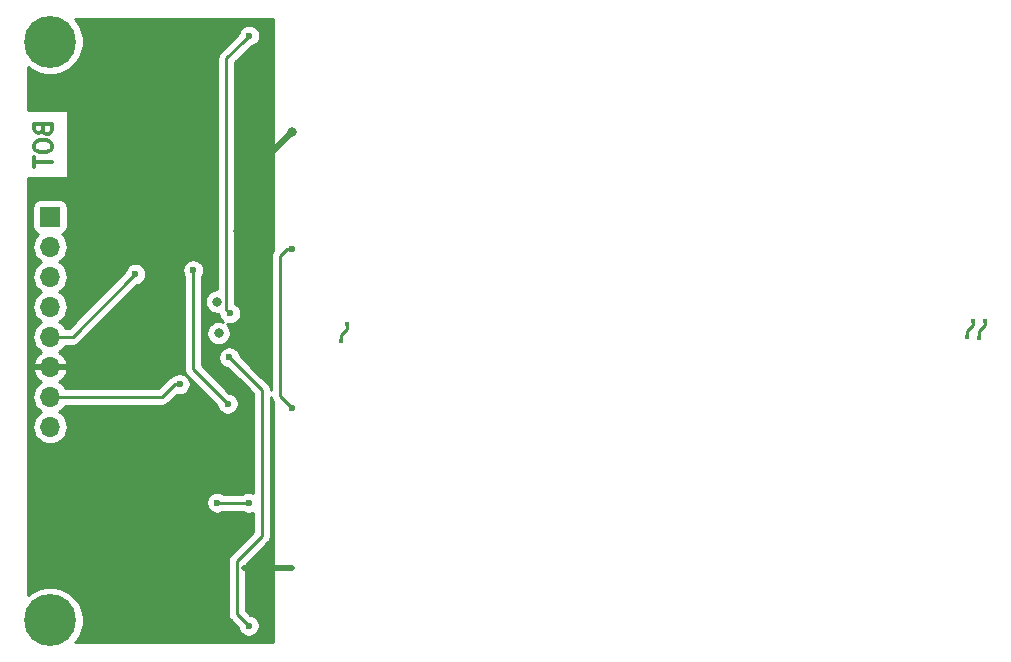
<source format=gbl>
%TF.GenerationSoftware,KiCad,Pcbnew,(5.1.2)-2*%
%TF.CreationDate,2023-05-11T10:58:17+05:30*%
%TF.ProjectId,83mm,38336d6d-2e6b-4696-9361-645f70636258,rev?*%
%TF.SameCoordinates,Original*%
%TF.FileFunction,Copper,L2,Bot*%
%TF.FilePolarity,Positive*%
%FSLAX46Y46*%
G04 Gerber Fmt 4.6, Leading zero omitted, Abs format (unit mm)*
G04 Created by KiCad (PCBNEW (5.1.2)-2) date 2023-05-11 10:58:17*
%MOMM*%
%LPD*%
G04 APERTURE LIST*
%ADD10C,0.300000*%
%ADD11C,4.400000*%
%ADD12C,0.700000*%
%ADD13R,1.700000X1.700000*%
%ADD14O,1.700000X1.700000*%
%ADD15C,0.800000*%
%ADD16C,0.400000*%
%ADD17C,0.600000*%
%ADD18C,0.508000*%
%ADD19C,0.254000*%
G04 APERTURE END LIST*
D10*
X84919357Y-82443000D02*
X84990785Y-82657285D01*
X85062214Y-82728714D01*
X85205071Y-82800142D01*
X85419357Y-82800142D01*
X85562214Y-82728714D01*
X85633642Y-82657285D01*
X85705071Y-82514428D01*
X85705071Y-81943000D01*
X84205071Y-81943000D01*
X84205071Y-82443000D01*
X84276500Y-82585857D01*
X84347928Y-82657285D01*
X84490785Y-82728714D01*
X84633642Y-82728714D01*
X84776500Y-82657285D01*
X84847928Y-82585857D01*
X84919357Y-82443000D01*
X84919357Y-81943000D01*
X84205071Y-83728714D02*
X84205071Y-84014428D01*
X84276500Y-84157285D01*
X84419357Y-84300142D01*
X84705071Y-84371571D01*
X85205071Y-84371571D01*
X85490785Y-84300142D01*
X85633642Y-84157285D01*
X85705071Y-84014428D01*
X85705071Y-83728714D01*
X85633642Y-83585857D01*
X85490785Y-83443000D01*
X85205071Y-83371571D01*
X84705071Y-83371571D01*
X84419357Y-83443000D01*
X84276500Y-83585857D01*
X84205071Y-83728714D01*
X84205071Y-84800142D02*
X84205071Y-85657285D01*
X85705071Y-85228714D02*
X84205071Y-85228714D01*
D11*
X85550000Y-75000000D03*
D12*
X87200000Y-75000000D03*
X86716726Y-76166726D03*
X85550000Y-76650000D03*
X84383274Y-76166726D03*
X83900000Y-75000000D03*
X84383274Y-73833274D03*
X85550000Y-73350000D03*
X86716726Y-73833274D03*
X86716726Y-122833274D03*
X85550000Y-122350000D03*
X84383274Y-122833274D03*
X83900000Y-124000000D03*
X84383274Y-125166726D03*
X85550000Y-125650000D03*
X86716726Y-125166726D03*
X87200000Y-124000000D03*
D11*
X85550000Y-124000000D03*
D13*
X85550000Y-89840000D03*
D14*
X85550000Y-92380000D03*
X85550000Y-94920000D03*
X85550000Y-97460000D03*
X85550000Y-100000000D03*
X85550000Y-102540000D03*
X85550000Y-105080000D03*
X85550000Y-107620000D03*
D15*
X92837000Y-116967000D03*
X91567000Y-102997000D03*
X93980000Y-103505000D03*
X91059000Y-86995000D03*
X101464000Y-91050000D03*
X106045000Y-82677000D03*
D16*
X106057700Y-119570500D03*
X102006400Y-119570500D03*
D15*
X94986392Y-94351392D03*
X99695000Y-97028000D03*
X99822000Y-99695000D03*
D17*
X92772364Y-94679636D03*
X96520000Y-104013000D03*
X100723700Y-101739700D03*
X102362000Y-124460000D03*
X100787200Y-98018600D03*
X102411000Y-74500000D03*
X97663000Y-94361000D03*
X100584000Y-105664000D03*
X102362000Y-114046000D03*
X99695000Y-114046000D03*
X106045000Y-92583000D03*
X106045000Y-106045000D03*
D16*
X164666300Y-98679000D03*
X164171000Y-100063300D03*
X163663000Y-98691700D03*
X163155000Y-100037900D03*
X110196000Y-100380800D03*
X110704000Y-98920300D03*
D18*
X101464000Y-87258000D02*
X106045000Y-82677000D01*
X101464000Y-91050000D02*
X101464000Y-87258000D01*
X106057700Y-119570500D02*
X105774858Y-119570500D01*
X105774858Y-119570500D02*
X102006400Y-119570500D01*
D19*
X87452000Y-100000000D02*
X92472365Y-94979635D01*
X85550000Y-100000000D02*
X87452000Y-100000000D01*
X92472365Y-94979635D02*
X92772364Y-94679636D01*
X86752081Y-105080000D02*
X85550000Y-105080000D01*
X95028736Y-105080000D02*
X86752081Y-105080000D01*
X96095736Y-104013000D02*
X95028736Y-105080000D01*
X96520000Y-104013000D02*
X96095736Y-104013000D01*
X100723700Y-101739700D02*
X102108000Y-103124000D01*
X102108000Y-103124000D02*
X102870000Y-103886000D01*
X102870000Y-103886000D02*
X103505000Y-104521000D01*
X103505000Y-104521000D02*
X103505000Y-116840000D01*
X103505000Y-116840000D02*
X101346000Y-118999000D01*
X101346000Y-118999000D02*
X101346000Y-122555000D01*
X101346000Y-122555000D02*
X101346000Y-123444000D01*
X101346000Y-123444000D02*
X102362000Y-124460000D01*
X100487201Y-97718601D02*
X100487201Y-76423799D01*
X100787200Y-98018600D02*
X100487201Y-97718601D01*
X102411000Y-74500000D02*
X101981000Y-74930000D01*
X100487201Y-76423799D02*
X101981000Y-74930000D01*
X101981000Y-74930000D02*
X102362000Y-74549000D01*
X97663000Y-102743000D02*
X97663000Y-94361000D01*
X100584000Y-105664000D02*
X97663000Y-102743000D01*
X101937736Y-114046000D02*
X99695000Y-114046000D01*
X102362000Y-114046000D02*
X101937736Y-114046000D01*
X105620736Y-92583000D02*
X105029000Y-93174736D01*
X106045000Y-92583000D02*
X105620736Y-92583000D01*
X105029000Y-93174736D02*
X105029000Y-105029000D01*
X105029000Y-105029000D02*
X106045000Y-106045000D01*
X110704000Y-99354000D02*
X110704000Y-98920300D01*
X110197900Y-99860100D02*
X110704000Y-99354000D01*
X110197900Y-100096058D02*
X110197900Y-99860100D01*
X110196000Y-100380800D02*
X110196000Y-100097958D01*
X110196000Y-100097958D02*
X110197900Y-100096058D01*
X164666300Y-99040179D02*
X164666300Y-98679000D01*
X164171000Y-100063300D02*
X164171000Y-99535479D01*
X164171000Y-99535479D02*
X164666300Y-99040179D01*
X163663000Y-99036500D02*
X163663000Y-98691700D01*
X163155000Y-100037900D02*
X163155000Y-99544500D01*
X163155000Y-99544500D02*
X163663000Y-99036500D01*
G36*
X104423000Y-92712004D02*
G01*
X104392355Y-92749344D01*
X104354535Y-92820101D01*
X104321598Y-92881722D01*
X104278026Y-93025359D01*
X104267000Y-93137310D01*
X104263314Y-93174736D01*
X104267000Y-93212159D01*
X104267001Y-104483586D01*
X104267000Y-104483574D01*
X104255974Y-104371622D01*
X104212402Y-104227985D01*
X104141646Y-104095609D01*
X104141645Y-104095607D01*
X104106857Y-104053219D01*
X104046422Y-103979578D01*
X104017347Y-103955717D01*
X103435284Y-103373654D01*
X103435279Y-103373648D01*
X102673283Y-102611653D01*
X102673279Y-102611648D01*
X101646150Y-101584520D01*
X101622768Y-101466971D01*
X101552286Y-101296811D01*
X101449962Y-101143672D01*
X101319728Y-101013438D01*
X101166589Y-100911114D01*
X100996429Y-100840632D01*
X100815789Y-100804700D01*
X100631611Y-100804700D01*
X100450971Y-100840632D01*
X100280811Y-100911114D01*
X100127672Y-101013438D01*
X99997438Y-101143672D01*
X99895114Y-101296811D01*
X99824632Y-101466971D01*
X99788700Y-101647611D01*
X99788700Y-101831789D01*
X99824632Y-102012429D01*
X99895114Y-102182589D01*
X99997438Y-102335728D01*
X100127672Y-102465962D01*
X100280811Y-102568286D01*
X100450971Y-102638768D01*
X100568520Y-102662150D01*
X101595648Y-103689279D01*
X101595653Y-103689283D01*
X102357648Y-104451279D01*
X102357654Y-104451284D01*
X102743000Y-104836630D01*
X102743001Y-113191779D01*
X102634729Y-113146932D01*
X102454089Y-113111000D01*
X102269911Y-113111000D01*
X102089271Y-113146932D01*
X101919111Y-113217414D01*
X101819458Y-113284000D01*
X100237542Y-113284000D01*
X100137889Y-113217414D01*
X99967729Y-113146932D01*
X99787089Y-113111000D01*
X99602911Y-113111000D01*
X99422271Y-113146932D01*
X99252111Y-113217414D01*
X99098972Y-113319738D01*
X98968738Y-113449972D01*
X98866414Y-113603111D01*
X98795932Y-113773271D01*
X98760000Y-113953911D01*
X98760000Y-114138089D01*
X98795932Y-114318729D01*
X98866414Y-114488889D01*
X98968738Y-114642028D01*
X99098972Y-114772262D01*
X99252111Y-114874586D01*
X99422271Y-114945068D01*
X99602911Y-114981000D01*
X99787089Y-114981000D01*
X99967729Y-114945068D01*
X100137889Y-114874586D01*
X100237542Y-114808000D01*
X101819458Y-114808000D01*
X101919111Y-114874586D01*
X102089271Y-114945068D01*
X102269911Y-114981000D01*
X102454089Y-114981000D01*
X102634729Y-114945068D01*
X102743001Y-114900221D01*
X102743001Y-116524368D01*
X100833654Y-118433716D01*
X100804578Y-118457578D01*
X100748983Y-118525322D01*
X100709355Y-118573608D01*
X100671535Y-118644365D01*
X100638598Y-118705986D01*
X100595026Y-118849623D01*
X100584000Y-118961574D01*
X100580314Y-118999000D01*
X100584000Y-119036423D01*
X100584001Y-122517565D01*
X100584000Y-122517575D01*
X100584000Y-123406577D01*
X100580314Y-123444000D01*
X100595027Y-123593378D01*
X100638599Y-123737015D01*
X100709355Y-123869392D01*
X100773579Y-123947648D01*
X100804579Y-123985422D01*
X100833649Y-124009279D01*
X101439550Y-124615180D01*
X101462932Y-124732729D01*
X101533414Y-124902889D01*
X101635738Y-125056028D01*
X101765972Y-125186262D01*
X101919111Y-125288586D01*
X102089271Y-125359068D01*
X102269911Y-125395000D01*
X102454089Y-125395000D01*
X102634729Y-125359068D01*
X102804889Y-125288586D01*
X102958028Y-125186262D01*
X103088262Y-125056028D01*
X103190586Y-124902889D01*
X103261068Y-124732729D01*
X103297000Y-124552089D01*
X103297000Y-124367911D01*
X103261068Y-124187271D01*
X103190586Y-124017111D01*
X103088262Y-123863972D01*
X102958028Y-123733738D01*
X102804889Y-123631414D01*
X102634729Y-123560932D01*
X102517180Y-123537550D01*
X102108000Y-123128370D01*
X102108000Y-119314630D01*
X104017352Y-117405279D01*
X104046422Y-117381422D01*
X104141645Y-117265392D01*
X104212402Y-117133015D01*
X104255974Y-116989378D01*
X104267000Y-116877426D01*
X104267000Y-116877424D01*
X104270686Y-116840001D01*
X104267000Y-116802578D01*
X104267000Y-105066423D01*
X104278027Y-105178378D01*
X104321599Y-105322015D01*
X104392355Y-105454392D01*
X104423000Y-105491733D01*
X104423000Y-125873000D01*
X87686295Y-125873000D01*
X87752088Y-125807207D01*
X88062344Y-125342876D01*
X88276052Y-124826939D01*
X88385000Y-124279223D01*
X88385000Y-123720777D01*
X88276052Y-123173061D01*
X88062344Y-122657124D01*
X87752088Y-122192793D01*
X87357207Y-121797912D01*
X86892876Y-121487656D01*
X86376939Y-121273948D01*
X85829223Y-121165000D01*
X85270777Y-121165000D01*
X84723061Y-121273948D01*
X84207124Y-121487656D01*
X83742793Y-121797912D01*
X83677000Y-121863705D01*
X83677000Y-105080000D01*
X84057815Y-105080000D01*
X84086487Y-105371111D01*
X84171401Y-105651034D01*
X84309294Y-105909014D01*
X84494866Y-106135134D01*
X84720986Y-106320706D01*
X84775791Y-106350000D01*
X84720986Y-106379294D01*
X84494866Y-106564866D01*
X84309294Y-106790986D01*
X84171401Y-107048966D01*
X84086487Y-107328889D01*
X84057815Y-107620000D01*
X84086487Y-107911111D01*
X84171401Y-108191034D01*
X84309294Y-108449014D01*
X84494866Y-108675134D01*
X84720986Y-108860706D01*
X84978966Y-108998599D01*
X85258889Y-109083513D01*
X85477050Y-109105000D01*
X85622950Y-109105000D01*
X85841111Y-109083513D01*
X86121034Y-108998599D01*
X86379014Y-108860706D01*
X86605134Y-108675134D01*
X86790706Y-108449014D01*
X86928599Y-108191034D01*
X87013513Y-107911111D01*
X87042185Y-107620000D01*
X87013513Y-107328889D01*
X86928599Y-107048966D01*
X86790706Y-106790986D01*
X86605134Y-106564866D01*
X86379014Y-106379294D01*
X86324209Y-106350000D01*
X86379014Y-106320706D01*
X86605134Y-106135134D01*
X86790706Y-105909014D01*
X86826526Y-105842000D01*
X94991313Y-105842000D01*
X95028736Y-105845686D01*
X95066159Y-105842000D01*
X95066162Y-105842000D01*
X95178114Y-105830974D01*
X95321751Y-105787402D01*
X95454128Y-105716645D01*
X95570158Y-105621422D01*
X95594020Y-105592346D01*
X96269814Y-104916552D01*
X96427911Y-104948000D01*
X96612089Y-104948000D01*
X96792729Y-104912068D01*
X96962889Y-104841586D01*
X97116028Y-104739262D01*
X97246262Y-104609028D01*
X97348586Y-104455889D01*
X97419068Y-104285729D01*
X97455000Y-104105089D01*
X97455000Y-103920911D01*
X97419068Y-103740271D01*
X97348586Y-103570111D01*
X97246262Y-103416972D01*
X97116028Y-103286738D01*
X96962889Y-103184414D01*
X96792729Y-103113932D01*
X96612089Y-103078000D01*
X96427911Y-103078000D01*
X96247271Y-103113932D01*
X96077111Y-103184414D01*
X95963480Y-103260340D01*
X95946358Y-103262026D01*
X95802721Y-103305598D01*
X95774428Y-103320721D01*
X95670343Y-103376355D01*
X95620799Y-103417015D01*
X95554314Y-103471578D01*
X95530457Y-103500648D01*
X94713106Y-104318000D01*
X86826526Y-104318000D01*
X86790706Y-104250986D01*
X86605134Y-104024866D01*
X86379014Y-103839294D01*
X86314477Y-103804799D01*
X86431355Y-103735178D01*
X86647588Y-103540269D01*
X86821641Y-103306920D01*
X86946825Y-103044099D01*
X86991476Y-102896890D01*
X86870155Y-102667000D01*
X85677000Y-102667000D01*
X85677000Y-102687000D01*
X85423000Y-102687000D01*
X85423000Y-102667000D01*
X84229845Y-102667000D01*
X84108524Y-102896890D01*
X84153175Y-103044099D01*
X84278359Y-103306920D01*
X84452412Y-103540269D01*
X84668645Y-103735178D01*
X84785523Y-103804799D01*
X84720986Y-103839294D01*
X84494866Y-104024866D01*
X84309294Y-104250986D01*
X84171401Y-104508966D01*
X84086487Y-104788889D01*
X84057815Y-105080000D01*
X83677000Y-105080000D01*
X83677000Y-92380000D01*
X84057815Y-92380000D01*
X84086487Y-92671111D01*
X84171401Y-92951034D01*
X84309294Y-93209014D01*
X84494866Y-93435134D01*
X84720986Y-93620706D01*
X84775791Y-93650000D01*
X84720986Y-93679294D01*
X84494866Y-93864866D01*
X84309294Y-94090986D01*
X84171401Y-94348966D01*
X84086487Y-94628889D01*
X84057815Y-94920000D01*
X84086487Y-95211111D01*
X84171401Y-95491034D01*
X84309294Y-95749014D01*
X84494866Y-95975134D01*
X84720986Y-96160706D01*
X84775791Y-96190000D01*
X84720986Y-96219294D01*
X84494866Y-96404866D01*
X84309294Y-96630986D01*
X84171401Y-96888966D01*
X84086487Y-97168889D01*
X84057815Y-97460000D01*
X84086487Y-97751111D01*
X84171401Y-98031034D01*
X84309294Y-98289014D01*
X84494866Y-98515134D01*
X84720986Y-98700706D01*
X84775791Y-98730000D01*
X84720986Y-98759294D01*
X84494866Y-98944866D01*
X84309294Y-99170986D01*
X84171401Y-99428966D01*
X84086487Y-99708889D01*
X84057815Y-100000000D01*
X84086487Y-100291111D01*
X84171401Y-100571034D01*
X84309294Y-100829014D01*
X84494866Y-101055134D01*
X84720986Y-101240706D01*
X84785523Y-101275201D01*
X84668645Y-101344822D01*
X84452412Y-101539731D01*
X84278359Y-101773080D01*
X84153175Y-102035901D01*
X84108524Y-102183110D01*
X84229845Y-102413000D01*
X85423000Y-102413000D01*
X85423000Y-102393000D01*
X85677000Y-102393000D01*
X85677000Y-102413000D01*
X86870155Y-102413000D01*
X86991476Y-102183110D01*
X86946825Y-102035901D01*
X86821641Y-101773080D01*
X86647588Y-101539731D01*
X86431355Y-101344822D01*
X86314477Y-101275201D01*
X86379014Y-101240706D01*
X86605134Y-101055134D01*
X86790706Y-100829014D01*
X86826526Y-100762000D01*
X87414577Y-100762000D01*
X87452000Y-100765686D01*
X87489423Y-100762000D01*
X87489426Y-100762000D01*
X87601378Y-100750974D01*
X87745015Y-100707402D01*
X87877392Y-100636645D01*
X87993422Y-100541422D01*
X88017284Y-100512346D01*
X92927545Y-95602086D01*
X93045093Y-95578704D01*
X93215253Y-95508222D01*
X93368392Y-95405898D01*
X93498626Y-95275664D01*
X93600950Y-95122525D01*
X93671432Y-94952365D01*
X93707364Y-94771725D01*
X93707364Y-94587547D01*
X93671432Y-94406907D01*
X93614273Y-94268911D01*
X96728000Y-94268911D01*
X96728000Y-94453089D01*
X96763932Y-94633729D01*
X96834414Y-94803889D01*
X96901001Y-94903544D01*
X96901000Y-102705577D01*
X96897314Y-102743000D01*
X96901000Y-102780423D01*
X96901000Y-102780425D01*
X96912026Y-102892377D01*
X96955598Y-103036014D01*
X96955599Y-103036015D01*
X97026355Y-103168392D01*
X97065983Y-103216678D01*
X97121578Y-103284422D01*
X97150654Y-103308284D01*
X99661550Y-105819181D01*
X99684932Y-105936729D01*
X99755414Y-106106889D01*
X99857738Y-106260028D01*
X99987972Y-106390262D01*
X100141111Y-106492586D01*
X100311271Y-106563068D01*
X100491911Y-106599000D01*
X100676089Y-106599000D01*
X100856729Y-106563068D01*
X101026889Y-106492586D01*
X101180028Y-106390262D01*
X101310262Y-106260028D01*
X101412586Y-106106889D01*
X101483068Y-105936729D01*
X101519000Y-105756089D01*
X101519000Y-105571911D01*
X101483068Y-105391271D01*
X101412586Y-105221111D01*
X101310262Y-105067972D01*
X101180028Y-104937738D01*
X101026889Y-104835414D01*
X100856729Y-104764932D01*
X100739181Y-104741550D01*
X98425000Y-102427370D01*
X98425000Y-96926061D01*
X98660000Y-96926061D01*
X98660000Y-97129939D01*
X98699774Y-97329898D01*
X98777795Y-97518256D01*
X98891063Y-97687774D01*
X99035226Y-97831937D01*
X99204744Y-97945205D01*
X99393102Y-98023226D01*
X99593061Y-98063000D01*
X99796939Y-98063000D01*
X99806273Y-98061143D01*
X99850556Y-98143993D01*
X99861470Y-98157292D01*
X99888132Y-98291329D01*
X99958614Y-98461489D01*
X100060938Y-98614628D01*
X100161772Y-98715462D01*
X100123898Y-98699774D01*
X99923939Y-98660000D01*
X99720061Y-98660000D01*
X99520102Y-98699774D01*
X99331744Y-98777795D01*
X99162226Y-98891063D01*
X99018063Y-99035226D01*
X98904795Y-99204744D01*
X98826774Y-99393102D01*
X98787000Y-99593061D01*
X98787000Y-99796939D01*
X98826774Y-99996898D01*
X98904795Y-100185256D01*
X99018063Y-100354774D01*
X99162226Y-100498937D01*
X99331744Y-100612205D01*
X99520102Y-100690226D01*
X99720061Y-100730000D01*
X99923939Y-100730000D01*
X100123898Y-100690226D01*
X100312256Y-100612205D01*
X100481774Y-100498937D01*
X100625937Y-100354774D01*
X100739205Y-100185256D01*
X100817226Y-99996898D01*
X100857000Y-99796939D01*
X100857000Y-99593061D01*
X100817226Y-99393102D01*
X100739205Y-99204744D01*
X100625937Y-99035226D01*
X100504071Y-98913360D01*
X100514471Y-98917668D01*
X100695111Y-98953600D01*
X100879289Y-98953600D01*
X101059929Y-98917668D01*
X101230089Y-98847186D01*
X101383228Y-98744862D01*
X101513462Y-98614628D01*
X101615786Y-98461489D01*
X101686268Y-98291329D01*
X101722200Y-98110689D01*
X101722200Y-97926511D01*
X101686268Y-97745871D01*
X101615786Y-97575711D01*
X101513462Y-97422572D01*
X101383228Y-97292338D01*
X101249201Y-97202784D01*
X101249201Y-76739429D01*
X102546279Y-75442352D01*
X102546284Y-75442346D01*
X102566180Y-75422450D01*
X102683729Y-75399068D01*
X102853889Y-75328586D01*
X103007028Y-75226262D01*
X103137262Y-75096028D01*
X103239586Y-74942889D01*
X103310068Y-74772729D01*
X103346000Y-74592089D01*
X103346000Y-74407911D01*
X103310068Y-74227271D01*
X103239586Y-74057111D01*
X103137262Y-73903972D01*
X103007028Y-73773738D01*
X102853889Y-73671414D01*
X102683729Y-73600932D01*
X102503089Y-73565000D01*
X102318911Y-73565000D01*
X102138271Y-73600932D01*
X101968111Y-73671414D01*
X101814972Y-73773738D01*
X101684738Y-73903972D01*
X101582414Y-74057111D01*
X101511932Y-74227271D01*
X101488550Y-74344820D01*
X101468654Y-74364716D01*
X101468648Y-74364721D01*
X99974850Y-75858520D01*
X99945780Y-75882377D01*
X99921923Y-75911447D01*
X99921922Y-75911448D01*
X99850556Y-75998407D01*
X99779800Y-76130784D01*
X99736228Y-76274421D01*
X99721515Y-76423799D01*
X99725202Y-76461232D01*
X99725201Y-95993000D01*
X99593061Y-95993000D01*
X99393102Y-96032774D01*
X99204744Y-96110795D01*
X99035226Y-96224063D01*
X98891063Y-96368226D01*
X98777795Y-96537744D01*
X98699774Y-96726102D01*
X98660000Y-96926061D01*
X98425000Y-96926061D01*
X98425000Y-94903542D01*
X98491586Y-94803889D01*
X98562068Y-94633729D01*
X98598000Y-94453089D01*
X98598000Y-94268911D01*
X98562068Y-94088271D01*
X98491586Y-93918111D01*
X98389262Y-93764972D01*
X98259028Y-93634738D01*
X98105889Y-93532414D01*
X97935729Y-93461932D01*
X97755089Y-93426000D01*
X97570911Y-93426000D01*
X97390271Y-93461932D01*
X97220111Y-93532414D01*
X97066972Y-93634738D01*
X96936738Y-93764972D01*
X96834414Y-93918111D01*
X96763932Y-94088271D01*
X96728000Y-94268911D01*
X93614273Y-94268911D01*
X93600950Y-94236747D01*
X93498626Y-94083608D01*
X93368392Y-93953374D01*
X93215253Y-93851050D01*
X93045093Y-93780568D01*
X92864453Y-93744636D01*
X92680275Y-93744636D01*
X92499635Y-93780568D01*
X92329475Y-93851050D01*
X92176336Y-93953374D01*
X92046102Y-94083608D01*
X91943778Y-94236747D01*
X91873296Y-94406907D01*
X91849914Y-94524455D01*
X87136370Y-99238000D01*
X86826526Y-99238000D01*
X86790706Y-99170986D01*
X86605134Y-98944866D01*
X86379014Y-98759294D01*
X86324209Y-98730000D01*
X86379014Y-98700706D01*
X86605134Y-98515134D01*
X86790706Y-98289014D01*
X86928599Y-98031034D01*
X87013513Y-97751111D01*
X87042185Y-97460000D01*
X87013513Y-97168889D01*
X86928599Y-96888966D01*
X86790706Y-96630986D01*
X86605134Y-96404866D01*
X86379014Y-96219294D01*
X86324209Y-96190000D01*
X86379014Y-96160706D01*
X86605134Y-95975134D01*
X86790706Y-95749014D01*
X86928599Y-95491034D01*
X87013513Y-95211111D01*
X87042185Y-94920000D01*
X87013513Y-94628889D01*
X86928599Y-94348966D01*
X86790706Y-94090986D01*
X86605134Y-93864866D01*
X86379014Y-93679294D01*
X86324209Y-93650000D01*
X86379014Y-93620706D01*
X86605134Y-93435134D01*
X86790706Y-93209014D01*
X86928599Y-92951034D01*
X87013513Y-92671111D01*
X87042185Y-92380000D01*
X87013513Y-92088889D01*
X86928599Y-91808966D01*
X86790706Y-91550986D01*
X86605134Y-91324866D01*
X86575313Y-91300393D01*
X86644180Y-91279502D01*
X86754494Y-91220537D01*
X86851185Y-91141185D01*
X86930537Y-91044494D01*
X86989502Y-90934180D01*
X87025812Y-90814482D01*
X87038072Y-90690000D01*
X87038072Y-88990000D01*
X87025812Y-88865518D01*
X86989502Y-88745820D01*
X86930537Y-88635506D01*
X86851185Y-88538815D01*
X86754494Y-88459463D01*
X86644180Y-88400498D01*
X86524482Y-88364188D01*
X86400000Y-88351928D01*
X84700000Y-88351928D01*
X84575518Y-88364188D01*
X84455820Y-88400498D01*
X84345506Y-88459463D01*
X84248815Y-88538815D01*
X84169463Y-88635506D01*
X84110498Y-88745820D01*
X84074188Y-88865518D01*
X84061928Y-88990000D01*
X84061928Y-90690000D01*
X84074188Y-90814482D01*
X84110498Y-90934180D01*
X84169463Y-91044494D01*
X84248815Y-91141185D01*
X84345506Y-91220537D01*
X84455820Y-91279502D01*
X84524687Y-91300393D01*
X84494866Y-91324866D01*
X84309294Y-91550986D01*
X84171401Y-91808966D01*
X84086487Y-92088889D01*
X84057815Y-92380000D01*
X83677000Y-92380000D01*
X83677000Y-86585143D01*
X87056500Y-86585143D01*
X87056500Y-80800857D01*
X83677000Y-80800857D01*
X83677000Y-77136295D01*
X83742793Y-77202088D01*
X84207124Y-77512344D01*
X84723061Y-77726052D01*
X85270777Y-77835000D01*
X85829223Y-77835000D01*
X86376939Y-77726052D01*
X86892876Y-77512344D01*
X87357207Y-77202088D01*
X87752088Y-76807207D01*
X88062344Y-76342876D01*
X88276052Y-75826939D01*
X88385000Y-75279223D01*
X88385000Y-74720777D01*
X88276052Y-74173061D01*
X88062344Y-73657124D01*
X87752088Y-73192793D01*
X87686295Y-73127000D01*
X104423000Y-73127000D01*
X104423000Y-92712004D01*
X104423000Y-92712004D01*
G37*
X104423000Y-92712004D02*
X104392355Y-92749344D01*
X104354535Y-92820101D01*
X104321598Y-92881722D01*
X104278026Y-93025359D01*
X104267000Y-93137310D01*
X104263314Y-93174736D01*
X104267000Y-93212159D01*
X104267001Y-104483586D01*
X104267000Y-104483574D01*
X104255974Y-104371622D01*
X104212402Y-104227985D01*
X104141646Y-104095609D01*
X104141645Y-104095607D01*
X104106857Y-104053219D01*
X104046422Y-103979578D01*
X104017347Y-103955717D01*
X103435284Y-103373654D01*
X103435279Y-103373648D01*
X102673283Y-102611653D01*
X102673279Y-102611648D01*
X101646150Y-101584520D01*
X101622768Y-101466971D01*
X101552286Y-101296811D01*
X101449962Y-101143672D01*
X101319728Y-101013438D01*
X101166589Y-100911114D01*
X100996429Y-100840632D01*
X100815789Y-100804700D01*
X100631611Y-100804700D01*
X100450971Y-100840632D01*
X100280811Y-100911114D01*
X100127672Y-101013438D01*
X99997438Y-101143672D01*
X99895114Y-101296811D01*
X99824632Y-101466971D01*
X99788700Y-101647611D01*
X99788700Y-101831789D01*
X99824632Y-102012429D01*
X99895114Y-102182589D01*
X99997438Y-102335728D01*
X100127672Y-102465962D01*
X100280811Y-102568286D01*
X100450971Y-102638768D01*
X100568520Y-102662150D01*
X101595648Y-103689279D01*
X101595653Y-103689283D01*
X102357648Y-104451279D01*
X102357654Y-104451284D01*
X102743000Y-104836630D01*
X102743001Y-113191779D01*
X102634729Y-113146932D01*
X102454089Y-113111000D01*
X102269911Y-113111000D01*
X102089271Y-113146932D01*
X101919111Y-113217414D01*
X101819458Y-113284000D01*
X100237542Y-113284000D01*
X100137889Y-113217414D01*
X99967729Y-113146932D01*
X99787089Y-113111000D01*
X99602911Y-113111000D01*
X99422271Y-113146932D01*
X99252111Y-113217414D01*
X99098972Y-113319738D01*
X98968738Y-113449972D01*
X98866414Y-113603111D01*
X98795932Y-113773271D01*
X98760000Y-113953911D01*
X98760000Y-114138089D01*
X98795932Y-114318729D01*
X98866414Y-114488889D01*
X98968738Y-114642028D01*
X99098972Y-114772262D01*
X99252111Y-114874586D01*
X99422271Y-114945068D01*
X99602911Y-114981000D01*
X99787089Y-114981000D01*
X99967729Y-114945068D01*
X100137889Y-114874586D01*
X100237542Y-114808000D01*
X101819458Y-114808000D01*
X101919111Y-114874586D01*
X102089271Y-114945068D01*
X102269911Y-114981000D01*
X102454089Y-114981000D01*
X102634729Y-114945068D01*
X102743001Y-114900221D01*
X102743001Y-116524368D01*
X100833654Y-118433716D01*
X100804578Y-118457578D01*
X100748983Y-118525322D01*
X100709355Y-118573608D01*
X100671535Y-118644365D01*
X100638598Y-118705986D01*
X100595026Y-118849623D01*
X100584000Y-118961574D01*
X100580314Y-118999000D01*
X100584000Y-119036423D01*
X100584001Y-122517565D01*
X100584000Y-122517575D01*
X100584000Y-123406577D01*
X100580314Y-123444000D01*
X100595027Y-123593378D01*
X100638599Y-123737015D01*
X100709355Y-123869392D01*
X100773579Y-123947648D01*
X100804579Y-123985422D01*
X100833649Y-124009279D01*
X101439550Y-124615180D01*
X101462932Y-124732729D01*
X101533414Y-124902889D01*
X101635738Y-125056028D01*
X101765972Y-125186262D01*
X101919111Y-125288586D01*
X102089271Y-125359068D01*
X102269911Y-125395000D01*
X102454089Y-125395000D01*
X102634729Y-125359068D01*
X102804889Y-125288586D01*
X102958028Y-125186262D01*
X103088262Y-125056028D01*
X103190586Y-124902889D01*
X103261068Y-124732729D01*
X103297000Y-124552089D01*
X103297000Y-124367911D01*
X103261068Y-124187271D01*
X103190586Y-124017111D01*
X103088262Y-123863972D01*
X102958028Y-123733738D01*
X102804889Y-123631414D01*
X102634729Y-123560932D01*
X102517180Y-123537550D01*
X102108000Y-123128370D01*
X102108000Y-119314630D01*
X104017352Y-117405279D01*
X104046422Y-117381422D01*
X104141645Y-117265392D01*
X104212402Y-117133015D01*
X104255974Y-116989378D01*
X104267000Y-116877426D01*
X104267000Y-116877424D01*
X104270686Y-116840001D01*
X104267000Y-116802578D01*
X104267000Y-105066423D01*
X104278027Y-105178378D01*
X104321599Y-105322015D01*
X104392355Y-105454392D01*
X104423000Y-105491733D01*
X104423000Y-125873000D01*
X87686295Y-125873000D01*
X87752088Y-125807207D01*
X88062344Y-125342876D01*
X88276052Y-124826939D01*
X88385000Y-124279223D01*
X88385000Y-123720777D01*
X88276052Y-123173061D01*
X88062344Y-122657124D01*
X87752088Y-122192793D01*
X87357207Y-121797912D01*
X86892876Y-121487656D01*
X86376939Y-121273948D01*
X85829223Y-121165000D01*
X85270777Y-121165000D01*
X84723061Y-121273948D01*
X84207124Y-121487656D01*
X83742793Y-121797912D01*
X83677000Y-121863705D01*
X83677000Y-105080000D01*
X84057815Y-105080000D01*
X84086487Y-105371111D01*
X84171401Y-105651034D01*
X84309294Y-105909014D01*
X84494866Y-106135134D01*
X84720986Y-106320706D01*
X84775791Y-106350000D01*
X84720986Y-106379294D01*
X84494866Y-106564866D01*
X84309294Y-106790986D01*
X84171401Y-107048966D01*
X84086487Y-107328889D01*
X84057815Y-107620000D01*
X84086487Y-107911111D01*
X84171401Y-108191034D01*
X84309294Y-108449014D01*
X84494866Y-108675134D01*
X84720986Y-108860706D01*
X84978966Y-108998599D01*
X85258889Y-109083513D01*
X85477050Y-109105000D01*
X85622950Y-109105000D01*
X85841111Y-109083513D01*
X86121034Y-108998599D01*
X86379014Y-108860706D01*
X86605134Y-108675134D01*
X86790706Y-108449014D01*
X86928599Y-108191034D01*
X87013513Y-107911111D01*
X87042185Y-107620000D01*
X87013513Y-107328889D01*
X86928599Y-107048966D01*
X86790706Y-106790986D01*
X86605134Y-106564866D01*
X86379014Y-106379294D01*
X86324209Y-106350000D01*
X86379014Y-106320706D01*
X86605134Y-106135134D01*
X86790706Y-105909014D01*
X86826526Y-105842000D01*
X94991313Y-105842000D01*
X95028736Y-105845686D01*
X95066159Y-105842000D01*
X95066162Y-105842000D01*
X95178114Y-105830974D01*
X95321751Y-105787402D01*
X95454128Y-105716645D01*
X95570158Y-105621422D01*
X95594020Y-105592346D01*
X96269814Y-104916552D01*
X96427911Y-104948000D01*
X96612089Y-104948000D01*
X96792729Y-104912068D01*
X96962889Y-104841586D01*
X97116028Y-104739262D01*
X97246262Y-104609028D01*
X97348586Y-104455889D01*
X97419068Y-104285729D01*
X97455000Y-104105089D01*
X97455000Y-103920911D01*
X97419068Y-103740271D01*
X97348586Y-103570111D01*
X97246262Y-103416972D01*
X97116028Y-103286738D01*
X96962889Y-103184414D01*
X96792729Y-103113932D01*
X96612089Y-103078000D01*
X96427911Y-103078000D01*
X96247271Y-103113932D01*
X96077111Y-103184414D01*
X95963480Y-103260340D01*
X95946358Y-103262026D01*
X95802721Y-103305598D01*
X95774428Y-103320721D01*
X95670343Y-103376355D01*
X95620799Y-103417015D01*
X95554314Y-103471578D01*
X95530457Y-103500648D01*
X94713106Y-104318000D01*
X86826526Y-104318000D01*
X86790706Y-104250986D01*
X86605134Y-104024866D01*
X86379014Y-103839294D01*
X86314477Y-103804799D01*
X86431355Y-103735178D01*
X86647588Y-103540269D01*
X86821641Y-103306920D01*
X86946825Y-103044099D01*
X86991476Y-102896890D01*
X86870155Y-102667000D01*
X85677000Y-102667000D01*
X85677000Y-102687000D01*
X85423000Y-102687000D01*
X85423000Y-102667000D01*
X84229845Y-102667000D01*
X84108524Y-102896890D01*
X84153175Y-103044099D01*
X84278359Y-103306920D01*
X84452412Y-103540269D01*
X84668645Y-103735178D01*
X84785523Y-103804799D01*
X84720986Y-103839294D01*
X84494866Y-104024866D01*
X84309294Y-104250986D01*
X84171401Y-104508966D01*
X84086487Y-104788889D01*
X84057815Y-105080000D01*
X83677000Y-105080000D01*
X83677000Y-92380000D01*
X84057815Y-92380000D01*
X84086487Y-92671111D01*
X84171401Y-92951034D01*
X84309294Y-93209014D01*
X84494866Y-93435134D01*
X84720986Y-93620706D01*
X84775791Y-93650000D01*
X84720986Y-93679294D01*
X84494866Y-93864866D01*
X84309294Y-94090986D01*
X84171401Y-94348966D01*
X84086487Y-94628889D01*
X84057815Y-94920000D01*
X84086487Y-95211111D01*
X84171401Y-95491034D01*
X84309294Y-95749014D01*
X84494866Y-95975134D01*
X84720986Y-96160706D01*
X84775791Y-96190000D01*
X84720986Y-96219294D01*
X84494866Y-96404866D01*
X84309294Y-96630986D01*
X84171401Y-96888966D01*
X84086487Y-97168889D01*
X84057815Y-97460000D01*
X84086487Y-97751111D01*
X84171401Y-98031034D01*
X84309294Y-98289014D01*
X84494866Y-98515134D01*
X84720986Y-98700706D01*
X84775791Y-98730000D01*
X84720986Y-98759294D01*
X84494866Y-98944866D01*
X84309294Y-99170986D01*
X84171401Y-99428966D01*
X84086487Y-99708889D01*
X84057815Y-100000000D01*
X84086487Y-100291111D01*
X84171401Y-100571034D01*
X84309294Y-100829014D01*
X84494866Y-101055134D01*
X84720986Y-101240706D01*
X84785523Y-101275201D01*
X84668645Y-101344822D01*
X84452412Y-101539731D01*
X84278359Y-101773080D01*
X84153175Y-102035901D01*
X84108524Y-102183110D01*
X84229845Y-102413000D01*
X85423000Y-102413000D01*
X85423000Y-102393000D01*
X85677000Y-102393000D01*
X85677000Y-102413000D01*
X86870155Y-102413000D01*
X86991476Y-102183110D01*
X86946825Y-102035901D01*
X86821641Y-101773080D01*
X86647588Y-101539731D01*
X86431355Y-101344822D01*
X86314477Y-101275201D01*
X86379014Y-101240706D01*
X86605134Y-101055134D01*
X86790706Y-100829014D01*
X86826526Y-100762000D01*
X87414577Y-100762000D01*
X87452000Y-100765686D01*
X87489423Y-100762000D01*
X87489426Y-100762000D01*
X87601378Y-100750974D01*
X87745015Y-100707402D01*
X87877392Y-100636645D01*
X87993422Y-100541422D01*
X88017284Y-100512346D01*
X92927545Y-95602086D01*
X93045093Y-95578704D01*
X93215253Y-95508222D01*
X93368392Y-95405898D01*
X93498626Y-95275664D01*
X93600950Y-95122525D01*
X93671432Y-94952365D01*
X93707364Y-94771725D01*
X93707364Y-94587547D01*
X93671432Y-94406907D01*
X93614273Y-94268911D01*
X96728000Y-94268911D01*
X96728000Y-94453089D01*
X96763932Y-94633729D01*
X96834414Y-94803889D01*
X96901001Y-94903544D01*
X96901000Y-102705577D01*
X96897314Y-102743000D01*
X96901000Y-102780423D01*
X96901000Y-102780425D01*
X96912026Y-102892377D01*
X96955598Y-103036014D01*
X96955599Y-103036015D01*
X97026355Y-103168392D01*
X97065983Y-103216678D01*
X97121578Y-103284422D01*
X97150654Y-103308284D01*
X99661550Y-105819181D01*
X99684932Y-105936729D01*
X99755414Y-106106889D01*
X99857738Y-106260028D01*
X99987972Y-106390262D01*
X100141111Y-106492586D01*
X100311271Y-106563068D01*
X100491911Y-106599000D01*
X100676089Y-106599000D01*
X100856729Y-106563068D01*
X101026889Y-106492586D01*
X101180028Y-106390262D01*
X101310262Y-106260028D01*
X101412586Y-106106889D01*
X101483068Y-105936729D01*
X101519000Y-105756089D01*
X101519000Y-105571911D01*
X101483068Y-105391271D01*
X101412586Y-105221111D01*
X101310262Y-105067972D01*
X101180028Y-104937738D01*
X101026889Y-104835414D01*
X100856729Y-104764932D01*
X100739181Y-104741550D01*
X98425000Y-102427370D01*
X98425000Y-96926061D01*
X98660000Y-96926061D01*
X98660000Y-97129939D01*
X98699774Y-97329898D01*
X98777795Y-97518256D01*
X98891063Y-97687774D01*
X99035226Y-97831937D01*
X99204744Y-97945205D01*
X99393102Y-98023226D01*
X99593061Y-98063000D01*
X99796939Y-98063000D01*
X99806273Y-98061143D01*
X99850556Y-98143993D01*
X99861470Y-98157292D01*
X99888132Y-98291329D01*
X99958614Y-98461489D01*
X100060938Y-98614628D01*
X100161772Y-98715462D01*
X100123898Y-98699774D01*
X99923939Y-98660000D01*
X99720061Y-98660000D01*
X99520102Y-98699774D01*
X99331744Y-98777795D01*
X99162226Y-98891063D01*
X99018063Y-99035226D01*
X98904795Y-99204744D01*
X98826774Y-99393102D01*
X98787000Y-99593061D01*
X98787000Y-99796939D01*
X98826774Y-99996898D01*
X98904795Y-100185256D01*
X99018063Y-100354774D01*
X99162226Y-100498937D01*
X99331744Y-100612205D01*
X99520102Y-100690226D01*
X99720061Y-100730000D01*
X99923939Y-100730000D01*
X100123898Y-100690226D01*
X100312256Y-100612205D01*
X100481774Y-100498937D01*
X100625937Y-100354774D01*
X100739205Y-100185256D01*
X100817226Y-99996898D01*
X100857000Y-99796939D01*
X100857000Y-99593061D01*
X100817226Y-99393102D01*
X100739205Y-99204744D01*
X100625937Y-99035226D01*
X100504071Y-98913360D01*
X100514471Y-98917668D01*
X100695111Y-98953600D01*
X100879289Y-98953600D01*
X101059929Y-98917668D01*
X101230089Y-98847186D01*
X101383228Y-98744862D01*
X101513462Y-98614628D01*
X101615786Y-98461489D01*
X101686268Y-98291329D01*
X101722200Y-98110689D01*
X101722200Y-97926511D01*
X101686268Y-97745871D01*
X101615786Y-97575711D01*
X101513462Y-97422572D01*
X101383228Y-97292338D01*
X101249201Y-97202784D01*
X101249201Y-76739429D01*
X102546279Y-75442352D01*
X102546284Y-75442346D01*
X102566180Y-75422450D01*
X102683729Y-75399068D01*
X102853889Y-75328586D01*
X103007028Y-75226262D01*
X103137262Y-75096028D01*
X103239586Y-74942889D01*
X103310068Y-74772729D01*
X103346000Y-74592089D01*
X103346000Y-74407911D01*
X103310068Y-74227271D01*
X103239586Y-74057111D01*
X103137262Y-73903972D01*
X103007028Y-73773738D01*
X102853889Y-73671414D01*
X102683729Y-73600932D01*
X102503089Y-73565000D01*
X102318911Y-73565000D01*
X102138271Y-73600932D01*
X101968111Y-73671414D01*
X101814972Y-73773738D01*
X101684738Y-73903972D01*
X101582414Y-74057111D01*
X101511932Y-74227271D01*
X101488550Y-74344820D01*
X101468654Y-74364716D01*
X101468648Y-74364721D01*
X99974850Y-75858520D01*
X99945780Y-75882377D01*
X99921923Y-75911447D01*
X99921922Y-75911448D01*
X99850556Y-75998407D01*
X99779800Y-76130784D01*
X99736228Y-76274421D01*
X99721515Y-76423799D01*
X99725202Y-76461232D01*
X99725201Y-95993000D01*
X99593061Y-95993000D01*
X99393102Y-96032774D01*
X99204744Y-96110795D01*
X99035226Y-96224063D01*
X98891063Y-96368226D01*
X98777795Y-96537744D01*
X98699774Y-96726102D01*
X98660000Y-96926061D01*
X98425000Y-96926061D01*
X98425000Y-94903542D01*
X98491586Y-94803889D01*
X98562068Y-94633729D01*
X98598000Y-94453089D01*
X98598000Y-94268911D01*
X98562068Y-94088271D01*
X98491586Y-93918111D01*
X98389262Y-93764972D01*
X98259028Y-93634738D01*
X98105889Y-93532414D01*
X97935729Y-93461932D01*
X97755089Y-93426000D01*
X97570911Y-93426000D01*
X97390271Y-93461932D01*
X97220111Y-93532414D01*
X97066972Y-93634738D01*
X96936738Y-93764972D01*
X96834414Y-93918111D01*
X96763932Y-94088271D01*
X96728000Y-94268911D01*
X93614273Y-94268911D01*
X93600950Y-94236747D01*
X93498626Y-94083608D01*
X93368392Y-93953374D01*
X93215253Y-93851050D01*
X93045093Y-93780568D01*
X92864453Y-93744636D01*
X92680275Y-93744636D01*
X92499635Y-93780568D01*
X92329475Y-93851050D01*
X92176336Y-93953374D01*
X92046102Y-94083608D01*
X91943778Y-94236747D01*
X91873296Y-94406907D01*
X91849914Y-94524455D01*
X87136370Y-99238000D01*
X86826526Y-99238000D01*
X86790706Y-99170986D01*
X86605134Y-98944866D01*
X86379014Y-98759294D01*
X86324209Y-98730000D01*
X86379014Y-98700706D01*
X86605134Y-98515134D01*
X86790706Y-98289014D01*
X86928599Y-98031034D01*
X87013513Y-97751111D01*
X87042185Y-97460000D01*
X87013513Y-97168889D01*
X86928599Y-96888966D01*
X86790706Y-96630986D01*
X86605134Y-96404866D01*
X86379014Y-96219294D01*
X86324209Y-96190000D01*
X86379014Y-96160706D01*
X86605134Y-95975134D01*
X86790706Y-95749014D01*
X86928599Y-95491034D01*
X87013513Y-95211111D01*
X87042185Y-94920000D01*
X87013513Y-94628889D01*
X86928599Y-94348966D01*
X86790706Y-94090986D01*
X86605134Y-93864866D01*
X86379014Y-93679294D01*
X86324209Y-93650000D01*
X86379014Y-93620706D01*
X86605134Y-93435134D01*
X86790706Y-93209014D01*
X86928599Y-92951034D01*
X87013513Y-92671111D01*
X87042185Y-92380000D01*
X87013513Y-92088889D01*
X86928599Y-91808966D01*
X86790706Y-91550986D01*
X86605134Y-91324866D01*
X86575313Y-91300393D01*
X86644180Y-91279502D01*
X86754494Y-91220537D01*
X86851185Y-91141185D01*
X86930537Y-91044494D01*
X86989502Y-90934180D01*
X87025812Y-90814482D01*
X87038072Y-90690000D01*
X87038072Y-88990000D01*
X87025812Y-88865518D01*
X86989502Y-88745820D01*
X86930537Y-88635506D01*
X86851185Y-88538815D01*
X86754494Y-88459463D01*
X86644180Y-88400498D01*
X86524482Y-88364188D01*
X86400000Y-88351928D01*
X84700000Y-88351928D01*
X84575518Y-88364188D01*
X84455820Y-88400498D01*
X84345506Y-88459463D01*
X84248815Y-88538815D01*
X84169463Y-88635506D01*
X84110498Y-88745820D01*
X84074188Y-88865518D01*
X84061928Y-88990000D01*
X84061928Y-90690000D01*
X84074188Y-90814482D01*
X84110498Y-90934180D01*
X84169463Y-91044494D01*
X84248815Y-91141185D01*
X84345506Y-91220537D01*
X84455820Y-91279502D01*
X84524687Y-91300393D01*
X84494866Y-91324866D01*
X84309294Y-91550986D01*
X84171401Y-91808966D01*
X84086487Y-92088889D01*
X84057815Y-92380000D01*
X83677000Y-92380000D01*
X83677000Y-86585143D01*
X87056500Y-86585143D01*
X87056500Y-80800857D01*
X83677000Y-80800857D01*
X83677000Y-77136295D01*
X83742793Y-77202088D01*
X84207124Y-77512344D01*
X84723061Y-77726052D01*
X85270777Y-77835000D01*
X85829223Y-77835000D01*
X86376939Y-77726052D01*
X86892876Y-77512344D01*
X87357207Y-77202088D01*
X87752088Y-76807207D01*
X88062344Y-76342876D01*
X88276052Y-75826939D01*
X88385000Y-75279223D01*
X88385000Y-74720777D01*
X88276052Y-74173061D01*
X88062344Y-73657124D01*
X87752088Y-73192793D01*
X87686295Y-73127000D01*
X104423000Y-73127000D01*
X104423000Y-92712004D01*
M02*

</source>
